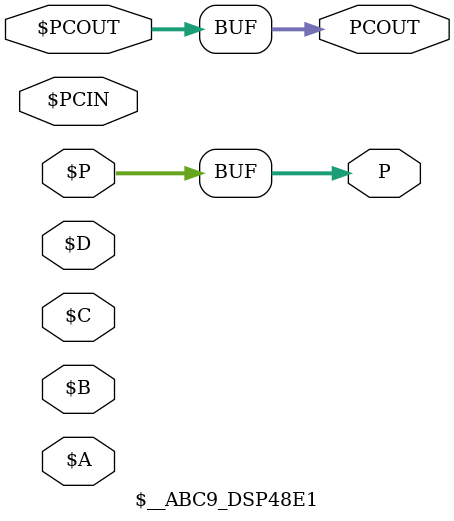
<source format=v>
/*
 *  yosys -- Yosys Open SYnthesis Suite
 *
 *  Copyright (C) 2012  Clifford Wolf <clifford@clifford.at>
 *                2019  Eddie Hung    <eddie@fpgeh.com>
 *
 *  Permission to use, copy, modify, and/or distribute this software for any
 *  purpose with or without fee is hereby granted, provided that the above
 *  copyright notice and this permission notice appear in all copies.
 *
 *  THE SOFTWARE IS PROVIDED "AS IS" AND THE AUTHOR DISCLAIMS ALL WARRANTIES
 *  WITH REGARD TO THIS SOFTWARE INCLUDING ALL IMPLIED WARRANTIES OF
 *  MERCHANTABILITY AND FITNESS. IN NO EVENT SHALL THE AUTHOR BE LIABLE FOR
 *  ANY SPECIAL, DIRECT, INDIRECT, OR CONSEQUENTIAL DAMAGES OR ANY DAMAGES
 *  WHATSOEVER RESULTING FROM LOSS OF USE, DATA OR PROFITS, WHETHER IN AN
 *  ACTION OF CONTRACT, NEGLIGENCE OR OTHER TORTIOUS ACTION, ARISING OUT OF
 *  OR IN CONNECTION WITH THE USE OR PERFORMANCE OF THIS SOFTWARE.
 *
 */

// ============================================================================

(* techmap_celltype = "$__ABC9_ASYNC0 $__ABC9_ASYNC1" *)
module $__ABC9_ASYNC01(input A, S, output Y);
  assign Y = A;
endmodule

module $__ABC9_FF_(input D, output Q);
  assign Q = D;
endmodule

module $__ABC9_RAM5(input A, input [5:0] S, output Y);
  assign Y = A;
endmodule
module $__ABC9_RAM6(input A, input [5:0] S, output Y);
  assign Y = A;
endmodule
module $__ABC9_RAM7(input A, input [6:0] S, output Y);
  assign Y = A;
endmodule

module $__ABC9_DSP48E1(
    input [29:0] $A,
    input [17:0] $B,
    input [47:0] $C,
    input [24:0] $D,
    input [47:0] $P,
    input [47:0] $PCIN,
    input [47:0] $PCOUT,
    output [47:0] P,
    output [47:0] PCOUT
);
    parameter integer ADREG = 1;
    parameter integer AREG = 1;
    parameter integer BREG = 1;
    parameter integer CREG = 1;
    parameter integer DREG = 1;
    parameter integer MREG = 1;
    parameter integer PREG = 1;
    parameter USE_DPORT = "FALSE";
    parameter USE_MULT = "MULTIPLY";

    assign P = $P, PCOUT = $PCOUT;
endmodule

</source>
